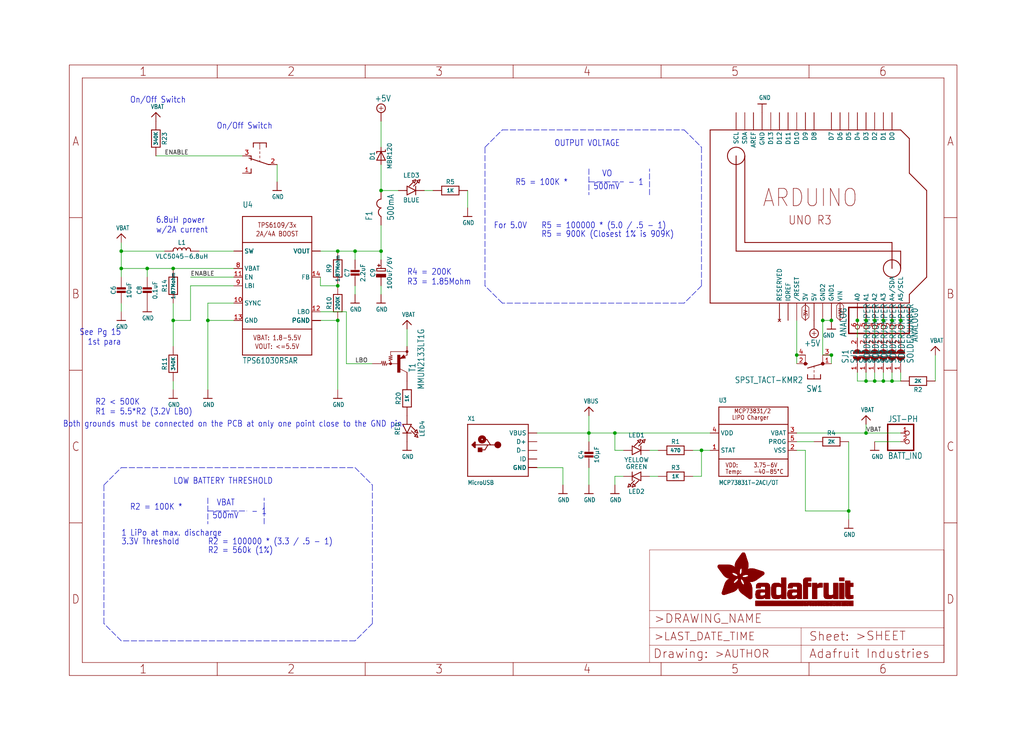
<source format=kicad_sch>
(kicad_sch (version 20211123) (generator eeschema)
  (paper "User" 300.33 217.881)
  (lib_symbols
    (symbol "schematicEagle-eagle-import:+5V" (power)
      (property "Value" "+5V" (at -1.905 3.175 0))
      (symbol "+5V_1_0"
        (pin power_in line (at 0 -2.54 90) (length 2.54) (name "+5V") (number "1"))
      )
    )
    (symbol "schematicEagle-eagle-import:-PNP_DRIVER-SC59-BEC"
      (property "Reference" "T" (at -10.16 7.62 0))
      (property "Value" "-PNP_DRIVER-SC59-BEC" (at -10.16 5.08 0))
      (symbol "-PNP_DRIVER-SC59-BEC_1_0"
        (pin passive line (at -7.62 0 0) (length 2.54) (name "B") (number "B"))
        (pin passive line (at 2.54 -5.08 90) (length 2.54) (name "C") (number "C"))
        (pin passive line (at 2.54 5.08 270) (length 2.54) (name "E") (number "E"))
      )
    )
    (symbol "schematicEagle-eagle-import:ARDUINOR3-NOSILK"
      (symbol "ARDUINOR3-NOSILK_1_0"
        (text "ARDUINO" (at -17.78 2.54 0) (effects (font (size 5.08 4.318)) (justify left bottom)))
        (text "UNO R3" (at -10.16 -2.54 0) (effects (font (size 2.54 2.159)) (justify left bottom)))
        (pin power_in line (at -5.08 -30.48 90) (length 5.08) (name "3V") (number "3V"))
        (pin power_in line (at -2.54 -30.48 90) (length 5.08) (name "5V") (number "5V"))
        (pin bidirectional line (at 10.16 -30.48 90) (length 5.08) (name "A0") (number "A0"))
        (pin bidirectional line (at 12.7 -30.48 90) (length 5.08) (name "A1") (number "A1"))
        (pin bidirectional line (at 15.24 -30.48 90) (length 5.08) (name "A2") (number "A2"))
        (pin bidirectional line (at 17.78 -30.48 90) (length 5.08) (name "A3") (number "A3"))
        (pin bidirectional line (at 20.32 -30.48 90) (length 5.08) (name "A4/SDA") (number "A4"))
        (pin bidirectional line (at 22.86 -30.48 90) (length 5.08) (name "A5/SCL") (number "A5"))
        (pin bidirectional line (at -20.32 30.48 270) (length 5.08) (name "AREF") (number "AREF"))
        (pin bidirectional line (at 20.32 30.48 270) (length 5.08) (name "D0") (number "D0"))
        (pin bidirectional line (at 17.78 30.48 270) (length 5.08) (name "D1") (number "D1"))
        (pin bidirectional line (at -7.62 30.48 270) (length 5.08) (name "D10") (number "D10"))
        (pin bidirectional line (at -10.16 30.48 270) (length 5.08) (name "D11") (number "D11"))
        (pin bidirectional line (at -12.7 30.48 270) (length 5.08) (name "D12") (number "D12"))
        (pin bidirectional line (at -15.24 30.48 270) (length 5.08) (name "D13") (number "D13"))
        (pin bidirectional line (at 15.24 30.48 270) (length 5.08) (name "D2") (number "D2"))
        (pin bidirectional line (at 12.7 30.48 270) (length 5.08) (name "D3") (number "D3"))
        (pin bidirectional line (at 10.16 30.48 270) (length 5.08) (name "D4") (number "D4"))
        (pin bidirectional line (at 7.62 30.48 270) (length 5.08) (name "D5") (number "D5"))
        (pin bidirectional line (at 5.08 30.48 270) (length 5.08) (name "D6") (number "D6"))
        (pin bidirectional line (at 2.54 30.48 270) (length 5.08) (name "D7") (number "D7"))
        (pin bidirectional line (at -2.54 30.48 270) (length 5.08) (name "D8") (number "D8"))
        (pin bidirectional line (at -5.08 30.48 270) (length 5.08) (name "D9") (number "D9"))
        (pin power_in line (at -17.78 30.48 270) (length 5.08) (name "GND") (number "GND"))
        (pin power_in line (at 2.54 -30.48 90) (length 5.08) (name "GND1") (number "GND1"))
        (pin power_in line (at 0 -30.48 90) (length 5.08) (name "GND2") (number "GND2"))
        (pin output line (at -10.16 -30.48 90) (length 5.08) (name "IOREF") (number "IOREF"))
        (pin no_connect line (at -12.7 -30.48 90) (length 5.08) (name "RESERVED") (number "RESERVED"))
        (pin bidirectional line (at -7.62 -30.48 90) (length 5.08) (name "/RESET") (number "RESET"))
        (pin bidirectional line (at -25.4 30.48 270) (length 5.08) (name "SCL") (number "SCL"))
        (pin bidirectional line (at -22.86 30.48 270) (length 5.08) (name "SDA") (number "SDA"))
        (pin power_in line (at 5.08 -30.48 90) (length 5.08) (name "VIN") (number "VIN"))
      )
    )
    (symbol "schematicEagle-eagle-import:CAP_CERAMIC0805-NOOUTLINE"
      (property "Reference" "C" (at -2.29 1.25 90))
      (property "Value" "CAP_CERAMIC0805-NOOUTLINE" (at 2.3 1.25 90))
      (symbol "CAP_CERAMIC0805-NOOUTLINE_1_0"
        (pin passive line (at 0 5.08 270) (length 2.54) (name "1") (number "1"))
        (pin passive line (at 0 -2.54 90) (length 2.54) (name "2") (number "2"))
      )
    )
    (symbol "schematicEagle-eagle-import:CAP_TANTALUMB{slash}3528_REFLOW"
      (property "Reference" "C" (at -2.39 1.25 90))
      (property "Value" "CAP_TANTALUMB{slash}3528_REFLOW" (at 2.5 1.25 90))
      (symbol "CAP_TANTALUMB{slash}3528_REFLOW_1_0"
        (pin passive line (at 0 5.08 270) (length 2.54) (name "+") (number "+"))
        (pin passive line (at 0 -2.54 90) (length 2.54) (name "-") (number "-"))
      )
    )
    (symbol "schematicEagle-eagle-import:DIODE-SCHOTTKYSOD-123"
      (property "Reference" "D" (at 0 2.54 0))
      (property "Value" "DIODE-SCHOTTKYSOD-123" (at 0 -2.5 0))
      (symbol "DIODE-SCHOTTKYSOD-123_1_0"
        (pin passive line (at -2.54 0 0) (length 2.54) (name "A") (number "A"))
        (pin passive line (at 2.54 0 180) (length 2.54) (name "C") (number "C"))
      )
    )
    (symbol "schematicEagle-eagle-import:FIDUCIAL")
    (symbol "schematicEagle-eagle-import:FRAME_A4_ADAFRUIT"
      (symbol "FRAME_A4_ADAFRUIT_0_0"
        (text "1" (at 21.6958 1.905 0) (effects (font (size 2.54 2.286))))
        (text "1" (at 21.6958 177.165 0) (effects (font (size 2.54 2.286))))
        (text "2" (at 65.0875 1.905 0) (effects (font (size 2.54 2.286))))
        (text "2" (at 65.0875 177.165 0) (effects (font (size 2.54 2.286))))
        (text "3" (at 108.4792 1.905 0) (effects (font (size 2.54 2.286))))
        (text "3" (at 108.4792 177.165 0) (effects (font (size 2.54 2.286))))
        (text "4" (at 151.8708 1.905 0) (effects (font (size 2.54 2.286))))
        (text "4" (at 151.8708 177.165 0) (effects (font (size 2.54 2.286))))
        (text "5" (at 195.2625 1.905 0) (effects (font (size 2.54 2.286))))
        (text "5" (at 195.2625 177.165 0) (effects (font (size 2.54 2.286))))
        (text "6" (at 238.6542 1.905 0) (effects (font (size 2.54 2.286))))
        (text "6" (at 238.6542 177.165 0) (effects (font (size 2.54 2.286))))
        (text "A" (at 1.905 156.6863 0) (effects (font (size 2.54 2.286))))
        (text "A" (at 258.445 156.6863 0) (effects (font (size 2.54 2.286))))
        (text "B" (at 1.905 111.9188 0) (effects (font (size 2.54 2.286))))
        (text "B" (at 258.445 111.9188 0) (effects (font (size 2.54 2.286))))
        (text "C" (at 1.905 67.1513 0) (effects (font (size 2.54 2.286))))
        (text "C" (at 258.445 67.1513 0) (effects (font (size 2.54 2.286))))
        (text "D" (at 1.905 22.3838 0) (effects (font (size 2.54 2.286))))
        (text "D" (at 258.445 22.3838 0) (effects (font (size 2.54 2.286))))
      )
      (symbol "FRAME_A4_ADAFRUIT_1_0"
        (text ">AUTHOR" (at 189.23 5.08 0) (effects (font (size 2.286 2.286)) (justify left bottom)))
        (text ">DRAWING_NAME" (at 171.45 15.24 0) (effects (font (size 2.54 2.54)) (justify left bottom)))
        (text ">LAST_DATE_TIME" (at 171.45 10.16 0) (effects (font (size 2.286 2.286)) (justify left bottom)))
        (text ">SHEET" (at 230.505 10.16 0) (effects (font (size 2.54 2.54)) (justify left bottom)))
        (text "Adafruit Industries" (at 216.916 4.953 0) (effects (font (size 2.54 2.54)) (justify left bottom)))
        (text "Drawing:" (at 171.196 4.953 0) (effects (font (size 2.54 2.54)) (justify left bottom)))
        (text "Sheet:" (at 216.916 10.033 0) (effects (font (size 2.54 2.54)) (justify left bottom)))
      )
    )
    (symbol "schematicEagle-eagle-import:GND" (power)
      (property "Value" "GND" (at -1.524 -2.54 0))
      (symbol "GND_1_0"
        (pin power_in line (at 0 2.54 270) (length 2.54) (name "GND") (number "1"))
      )
    )
    (symbol "schematicEagle-eagle-import:INDUCTORTDK_VLC5045"
      (property "Reference" "L" (at 0 2.54 0))
      (property "Value" "INDUCTORTDK_VLC5045" (at 0 -1.54 0))
      (symbol "INDUCTORTDK_VLC5045_1_0"
        (pin passive line (at -5.08 0 0) (length 2.54) (name "1") (number "P$1"))
        (pin passive line (at 5.08 0 180) (length 2.54) (name "2") (number "P$2"))
      )
    )
    (symbol "schematicEagle-eagle-import:JST_2PIN-SMT"
      (property "Reference" "CN" (at -6.35 5.715 0))
      (property "Value" "JST_2PIN-SMT" (at -6.35 -5.08 0))
      (symbol "JST_2PIN-SMT_1_0"
        (pin passive inverted (at -2.54 0 0) (length 2.54) (name "2") (number "1"))
        (pin passive inverted (at -2.54 2.54 0) (length 2.54) (name "1") (number "2"))
      )
    )
    (symbol "schematicEagle-eagle-import:LED0805_NOOUTLINE"
      (property "Reference" "D" (at -1.27 4.445 0))
      (property "Value" "LED0805_NOOUTLINE" (at -1.27 -2.794 0))
      (symbol "LED0805_NOOUTLINE_1_0"
        (pin passive line (at -5.08 0 0) (length 2.54) (name "A") (number "A"))
        (pin passive line (at 2.54 0 180) (length 2.54) (name "C") (number "C"))
      )
    )
    (symbol "schematicEagle-eagle-import:MCP73831{slash}2"
      (property "Reference" "U" (at -10.16 11.43 0))
      (property "Value" "MCP73831{slash}2" (at -10.16 -12.7 0))
      (symbol "MCP73831{slash}2_1_0"
        (text "-40-85°C" (at 0 -9.525 0) (effects (font (size 1.27 1.0795)) (justify left bottom)))
        (text "3.75-6V" (at 0 -7.62 0) (effects (font (size 1.27 1.0795)) (justify left bottom)))
        (text "LIPO Charger" (at -6.35 6.35 0) (effects (font (size 1.27 1.0795)) (justify left bottom)))
        (text "MCP73831/2" (at -5.715 8.255 0) (effects (font (size 1.27 1.0795)) (justify left bottom)))
        (text "Temp:" (at -8.255 -9.525 0) (effects (font (size 1.27 1.0795)) (justify left bottom)))
        (text "VDD:" (at -8.255 -7.62 0) (effects (font (size 1.27 1.0795)) (justify left bottom)))
        (pin output line (at -12.7 -2.54 0) (length 2.54) (name "STAT") (number "1"))
        (pin power_in line (at 12.7 -2.54 180) (length 2.54) (name "VSS") (number "2"))
        (pin power_in line (at 12.7 2.54 180) (length 2.54) (name "VBAT") (number "3"))
        (pin power_in line (at -12.7 2.54 0) (length 2.54) (name "VDD") (number "4"))
        (pin input line (at 12.7 0 180) (length 2.54) (name "PROG") (number "5"))
      )
    )
    (symbol "schematicEagle-eagle-import:OS102011MA1Q"
      (symbol "OS102011MA1Q_1_0"
        (pin passive line (at 2.54 5.08 270) (length 2.54) (name "S") (number "1"))
        (pin passive line (at 0 -5.08 90) (length 2.54) (name "P") (number "2"))
        (pin passive line (at -2.54 5.08 270) (length 2.54) (name "O") (number "3"))
      )
      (symbol "OS102011MA1Q_2_0"
        (pin passive line (at 0 0 0) (length 5.08) (name "MT") (number "MT1"))
      )
      (symbol "OS102011MA1Q_3_0"
        (pin passive line (at 0 0 0) (length 5.08) (name "MT") (number "MT2"))
      )
    )
    (symbol "schematicEagle-eagle-import:PINHD-1X6"
      (property "Reference" "JP" (at -6.35 10.795 0))
      (property "Value" "PINHD-1X6" (at -6.35 -10.16 0))
      (symbol "PINHD-1X6_1_0"
        (pin passive inverted (at -2.54 7.62 0) (length 2.54) (name "1") (number "1"))
        (pin passive inverted (at -2.54 5.08 0) (length 2.54) (name "2") (number "2"))
        (pin passive inverted (at -2.54 2.54 0) (length 2.54) (name "3") (number "3"))
        (pin passive inverted (at -2.54 0 0) (length 2.54) (name "4") (number "4"))
        (pin passive inverted (at -2.54 -2.54 0) (length 2.54) (name "5") (number "5"))
        (pin passive inverted (at -2.54 -5.08 0) (length 2.54) (name "6") (number "6"))
      )
    )
    (symbol "schematicEagle-eagle-import:PTCFUSE-1206"
      (property "Reference" "F" (at -3.81 5.08 0))
      (property "Value" "PTCFUSE-1206" (at -3.81 -1.27 0))
      (symbol "PTCFUSE-1206_1_0"
        (pin passive line (at -5.08 2.54 0) (length 2.54) (name "1") (number "1"))
        (pin passive line (at 5.08 2.54 180) (length 2.54) (name "2") (number "2"))
      )
    )
    (symbol "schematicEagle-eagle-import:RESISTOR0805_NOOUTLINE"
      (property "Reference" "R" (at 0 2.54 0))
      (property "Value" "RESISTOR0805_NOOUTLINE" (at 0 0 0))
      (symbol "RESISTOR0805_NOOUTLINE_1_0"
        (pin passive line (at -5.08 0 0) (length 2.54) (name "1") (number "1"))
        (pin passive line (at 5.08 0 180) (length 2.54) (name "2") (number "2"))
      )
    )
    (symbol "schematicEagle-eagle-import:SOLDERJUMPER"
      (property "Reference" "SJ" (at -2.54 2.54 0))
      (property "Value" "SOLDERJUMPER" (at -2.54 -3.81 0))
      (symbol "SOLDERJUMPER_1_0"
        (pin passive line (at -5.08 0 0) (length 2.54) (name "1") (number "1"))
        (pin passive line (at 5.08 0 180) (length 2.54) (name "2") (number "2"))
      )
    )
    (symbol "schematicEagle-eagle-import:SPST_TACT-KMR2"
      (property "Reference" "SW" (at -6.35 -2.54 90))
      (property "Value" "SPST_TACT-KMR2" (at -3.81 3.175 90))
      (symbol "SPST_TACT-KMR2_1_0"
        (pin passive line (at 0 -5.08 90) (length 2.54) (name "P") (number "1"))
        (pin passive line (at 0 5.08 270) (length 2.54) (name "S") (number "2"))
        (pin passive line (at 2.54 -5.08 90) (length 2.54) (name "P1") (number "3"))
        (pin passive line (at 2.54 5.08 270) (length 2.54) (name "S1") (number "4"))
      )
    )
    (symbol "schematicEagle-eagle-import:USBMICRO_20329"
      (property "Reference" "X" (at -10.16 8.636 0))
      (property "Value" "USBMICRO_20329" (at -10.16 -10.16 0))
      (symbol "USBMICRO_20329_1_0"
        (pin power_in line (at 10.16 -5.08 180) (length 2.54) (name "GND") (number "BASE@1"))
        (pin power_in line (at 10.16 -5.08 180) (length 2.54) (name "GND") (number "BASE@2"))
        (pin bidirectional line (at 10.16 2.54 180) (length 2.54) (name "D+") (number "D+"))
        (pin bidirectional line (at 10.16 0 180) (length 2.54) (name "D-") (number "D-"))
        (pin power_in line (at 10.16 -5.08 180) (length 2.54) (name "GND") (number "GND"))
        (pin bidirectional line (at 10.16 -2.54 180) (length 2.54) (name "ID") (number "ID"))
        (pin power_in line (at 10.16 -5.08 180) (length 2.54) (name "GND") (number "SPRT@1"))
        (pin power_in line (at 10.16 -5.08 180) (length 2.54) (name "GND") (number "SPRT@2"))
        (pin power_in line (at 10.16 -5.08 180) (length 2.54) (name "GND") (number "SPRT@3"))
        (pin power_in line (at 10.16 -5.08 180) (length 2.54) (name "GND") (number "SPRT@4"))
        (pin power_in line (at 10.16 5.08 180) (length 2.54) (name "VBUS") (number "VBUS"))
      )
    )
    (symbol "schematicEagle-eagle-import:VBAT" (power)
      (property "Value" "VBAT" (at -1.524 1.016 0))
      (symbol "VBAT_1_0"
        (pin power_in line (at 0 -2.54 90) (length 2.54) (name "VBAT") (number "1"))
      )
    )
    (symbol "schematicEagle-eagle-import:VBUS" (power)
      (property "Value" "VBUS" (at -1.524 1.016 0))
      (symbol "VBUS_1_0"
        (pin power_in line (at 0 -2.54 90) (length 2.54) (name "VBUS") (number "1"))
      )
    )
    (symbol "schematicEagle-eagle-import:VREG_TPS6103X"
      (property "Reference" "U" (at -10.16 22.86 0))
      (property "Value" "VREG_TPS6103X" (at -10.16 -22.86 0))
      (symbol "VREG_TPS6103X_1_0"
        (text "2A/4A BOOST" (at 0 15.24 0) (effects (font (size 1.4224 1.209))))
        (text "TPS6109/3x" (at 0 17.78 0) (effects (font (size 1.4224 1.209))))
        (text "VBAT: 1.8-5.5V" (at 0 -15.24 0) (effects (font (size 1.4224 1.209))))
        (text "VOUT: <=5.5V" (at 0 -17.78 0) (effects (font (size 1.4224 1.209))))
        (pin power_in line (at 12.7 10.16 180) (length 2.54) (name "VOUT") (number "1"))
        (pin input line (at -12.7 -5.08 0) (length 2.54) (name "SYNC") (number "10"))
        (pin input line (at -12.7 2.54 0) (length 2.54) (name "EN") (number "11"))
        (pin output line (at 12.7 -7.62 180) (length 2.54) (name "LBO") (number "12"))
        (pin power_in line (at -12.7 -10.16 0) (length 2.54) (name "GND") (number "13"))
        (pin input line (at 12.7 2.54 180) (length 2.54) (name "FB") (number "14"))
        (pin power_in line (at 12.7 10.16 180) (length 2.54) (name "VOUT") (number "15"))
        (pin power_in line (at 12.7 10.16 180) (length 2.54) (name "VOUT") (number "16"))
        (pin input line (at -12.7 10.16 0) (length 2.54) (name "SW") (number "3"))
        (pin input line (at -12.7 10.16 0) (length 2.54) (name "SW") (number "4"))
        (pin power_in line (at 12.7 -10.16 180) (length 2.54) (name "PGND") (number "5"))
        (pin power_in line (at 12.7 -10.16 180) (length 2.54) (name "PGND") (number "6"))
        (pin power_in line (at 12.7 -10.16 180) (length 2.54) (name "PGND") (number "7"))
        (pin input line (at -12.7 5.08 0) (length 2.54) (name "VBAT") (number "8"))
        (pin input line (at -12.7 0 0) (length 2.54) (name "LBI") (number "9"))
        (pin power_in line (at 12.7 -10.16 180) (length 2.54) (name "PGND") (number "P$18"))
        (pin power_in line (at 12.7 -10.16 180) (length 2.54) (name "PGND") (number "P$19"))
        (pin power_in line (at 12.7 -10.16 180) (length 2.54) (name "PGND") (number "P$20"))
        (pin power_in line (at 12.7 -10.16 180) (length 2.54) (name "PGND") (number "P$21"))
        (pin power_in line (at 12.7 -10.16 180) (length 2.54) (name "PGND") (number "P$22"))
        (pin power_in line (at 12.7 -10.16 180) (length 2.54) (name "PGND") (number "THERMAL"))
      )
    )
  )
  (junction (at 35.56 73.66))
  (junction (at 264.16 93.98))
  (junction (at 261.62 93.98))
  (junction (at 243.84 93.98))
  (junction (at 60.96 93.98))
  (junction (at 172.72 127))
  (junction (at 256.54 111.76))
  (junction (at 256.54 93.98))
  (junction (at 99.06 93.98))
  (junction (at 99.06 83.82))
  (junction (at 259.08 93.98))
  (junction (at 261.62 111.76))
  (junction (at 50.8 78.74))
  (junction (at 99.06 73.66))
  (junction (at 254 127))
  (junction (at 43.18 78.74))
  (junction (at 50.8 93.98))
  (junction (at 243.84 104.14))
  (junction (at 241.3 93.98))
  (junction (at 251.46 93.98))
  (junction (at 259.08 111.76))
  (junction (at 254 93.98))
  (junction (at 35.56 78.74))
  (junction (at 233.68 104.14))
  (junction (at 104.14 73.66))
  (junction (at 180.34 127))
  (junction (at 248.92 149.86))
  (junction (at 205.74 132.08))
  (junction (at 254 111.76))
  (junction (at 111.76 55.88))
  (junction (at 111.76 73.66))
  (wire (pts (xy 193.04 139.7) (xy 190.5 139.7)))
  (wire (pts (xy 101.6 91.44) (xy 101.6 106.68)))
  (wire (pts (xy 261.62 111.76) (xy 264.16 111.76)))
  (wire (pts (xy 172.72 121.92) (xy 172.72 127)))
  (wire (pts (xy 259.08 111.76) (xy 261.62 111.76)))
  (wire (pts (xy 68.58 93.98) (xy 60.96 93.98)))
  (wire (pts (xy 124.46 55.88) (xy 127 55.88)))
  (wire (pts (xy 256.54 111.76) (xy 256.54 109.22)))
  (wire (pts (xy 111.76 55.88) (xy 111.76 48.26)))
  (polyline (pts (xy 147.32 88.9) (xy 142.24 83.82)))
  (polyline (pts (xy 172.72 49.53) (xy 172.72 57.15)))
  (wire (pts (xy 111.76 83.82) (xy 111.76 86.36)))
  (wire (pts (xy 254 111.76) (xy 256.54 111.76)))
  (polyline (pts (xy 205.74 83.82) (xy 200.66 88.9)))
  (polyline (pts (xy 35.56 187.96) (xy 30.48 182.88)))
  (wire (pts (xy 251.46 109.22) (xy 251.46 111.76)))
  (wire (pts (xy 261.62 99.06) (xy 261.62 93.98)))
  (wire (pts (xy 233.68 104.14) (xy 233.68 93.98)))
  (wire (pts (xy 254 127) (xy 233.68 127)))
  (wire (pts (xy 172.72 127) (xy 180.34 127)))
  (polyline (pts (xy 205.74 43.18) (xy 205.74 83.82)))
  (wire (pts (xy 35.56 73.66) (xy 35.56 78.74)))
  (wire (pts (xy 259.08 99.06) (xy 259.08 93.98)))
  (wire (pts (xy 60.96 88.9) (xy 60.96 93.98)))
  (polyline (pts (xy 77.47 153.67) (xy 77.47 146.05)))
  (wire (pts (xy 93.98 93.98) (xy 99.06 93.98)))
  (wire (pts (xy 68.58 78.74) (xy 50.8 78.74)))
  (wire (pts (xy 180.34 127) (xy 208.28 127)))
  (polyline (pts (xy 60.96 149.86) (xy 72.39 149.86)))
  (polyline (pts (xy 190.5 57.15) (xy 190.5 49.53)))
  (wire (pts (xy 256.54 93.98) (xy 256.54 99.06)))
  (wire (pts (xy 236.22 149.86) (xy 248.92 149.86)))
  (wire (pts (xy 99.06 73.66) (xy 104.14 73.66)))
  (wire (pts (xy 274.32 104.14) (xy 274.32 111.76)))
  (wire (pts (xy 35.56 88.9) (xy 35.56 91.44)))
  (wire (pts (xy 259.08 111.76) (xy 259.08 109.22)))
  (wire (pts (xy 182.88 139.7) (xy 180.34 139.7)))
  (wire (pts (xy 68.58 81.28) (xy 55.88 81.28)))
  (wire (pts (xy 241.3 104.14) (xy 241.3 93.98)))
  (polyline (pts (xy 200.66 88.9) (xy 147.32 88.9)))
  (wire (pts (xy 50.8 93.98) (xy 50.8 101.6)))
  (polyline (pts (xy 109.22 142.24) (xy 109.22 182.88)))
  (polyline (pts (xy 60.96 146.05) (xy 60.96 153.67)))
  (wire (pts (xy 119.38 101.6) (xy 119.38 96.52)))
  (polyline (pts (xy 142.24 43.18) (xy 147.32 38.1)))
  (wire (pts (xy 256.54 129.54) (xy 264.16 129.54)))
  (polyline (pts (xy 200.66 38.1) (xy 205.74 43.18)))
  (wire (pts (xy 99.06 93.98) (xy 99.06 114.3)))
  (wire (pts (xy 248.92 129.54) (xy 248.92 149.86)))
  (wire (pts (xy 203.2 132.08) (xy 205.74 132.08)))
  (wire (pts (xy 254 109.22) (xy 254 111.76)))
  (polyline (pts (xy 30.48 182.88) (xy 30.48 142.24)))
  (polyline (pts (xy 109.22 182.88) (xy 104.14 187.96)))
  (wire (pts (xy 104.14 76.2) (xy 104.14 73.66)))
  (wire (pts (xy 264.16 111.76) (xy 264.16 109.22)))
  (wire (pts (xy 243.84 104.14) (xy 241.3 104.14)))
  (wire (pts (xy 180.34 139.7) (xy 180.34 142.24)))
  (wire (pts (xy 55.88 93.98) (xy 50.8 93.98)))
  (wire (pts (xy 111.76 55.88) (xy 116.84 55.88)))
  (wire (pts (xy 93.98 91.44) (xy 101.6 91.44)))
  (wire (pts (xy 190.5 132.08) (xy 193.04 132.08)))
  (wire (pts (xy 251.46 99.06) (xy 251.46 93.98)))
  (wire (pts (xy 35.56 73.66) (xy 35.56 71.12)))
  (wire (pts (xy 68.58 73.66) (xy 58.42 73.66)))
  (polyline (pts (xy 35.56 137.16) (xy 104.14 137.16)))
  (wire (pts (xy 60.96 93.98) (xy 60.96 114.3)))
  (wire (pts (xy 111.76 73.66) (xy 111.76 76.2)))
  (wire (pts (xy 251.46 111.76) (xy 254 111.76)))
  (wire (pts (xy 93.98 83.82) (xy 99.06 83.82)))
  (wire (pts (xy 50.8 78.74) (xy 43.18 78.74)))
  (wire (pts (xy 55.88 93.98) (xy 55.88 83.82)))
  (wire (pts (xy 254 124.46) (xy 254 127)))
  (wire (pts (xy 236.22 132.08) (xy 236.22 149.86)))
  (wire (pts (xy 68.58 83.82) (xy 55.88 83.82)))
  (wire (pts (xy 43.18 81.28) (xy 43.18 78.74)))
  (polyline (pts (xy 147.32 38.1) (xy 200.66 38.1)))
  (wire (pts (xy 137.16 55.88) (xy 137.16 60.96)))
  (wire (pts (xy 101.6 106.68) (xy 109.22 106.68)))
  (wire (pts (xy 81.28 48.26) (xy 81.28 53.34)))
  (wire (pts (xy 243.84 93.98) (xy 241.3 93.98)))
  (wire (pts (xy 233.68 106.68) (xy 233.68 104.14)))
  (wire (pts (xy 35.56 78.74) (xy 35.56 81.28)))
  (wire (pts (xy 71.12 45.72) (xy 45.72 45.72)))
  (polyline (pts (xy 172.72 53.34) (xy 182.88 53.34)))
  (wire (pts (xy 93.98 81.28) (xy 93.98 83.82)))
  (wire (pts (xy 165.1 137.16) (xy 165.1 142.24)))
  (wire (pts (xy 205.74 139.7) (xy 205.74 132.08)))
  (wire (pts (xy 157.48 127) (xy 172.72 127)))
  (wire (pts (xy 111.76 66.04) (xy 111.76 73.66)))
  (wire (pts (xy 254 93.98) (xy 254 99.06)))
  (wire (pts (xy 50.8 114.3) (xy 50.8 111.76)))
  (wire (pts (xy 261.62 109.22) (xy 261.62 111.76)))
  (wire (pts (xy 254 127) (xy 264.16 127)))
  (wire (pts (xy 50.8 93.98) (xy 50.8 88.9)))
  (wire (pts (xy 233.68 132.08) (xy 236.22 132.08)))
  (wire (pts (xy 68.58 88.9) (xy 60.96 88.9)))
  (polyline (pts (xy 104.14 137.16) (xy 109.22 142.24)))
  (wire (pts (xy 93.98 73.66) (xy 99.06 73.66)))
  (polyline (pts (xy 30.48 142.24) (xy 35.56 137.16)))
  (wire (pts (xy 111.76 43.18) (xy 111.76 35.56)))
  (wire (pts (xy 104.14 83.82) (xy 104.14 86.36)))
  (wire (pts (xy 233.68 129.54) (xy 238.76 129.54)))
  (wire (pts (xy 182.88 132.08) (xy 180.34 132.08)))
  (wire (pts (xy 48.26 73.66) (xy 35.56 73.66)))
  (wire (pts (xy 243.84 106.68) (xy 243.84 104.14)))
  (wire (pts (xy 256.54 111.76) (xy 259.08 111.76)))
  (wire (pts (xy 43.18 78.74) (xy 35.56 78.74)))
  (polyline (pts (xy 142.24 83.82) (xy 142.24 43.18)))
  (wire (pts (xy 248.92 149.86) (xy 248.92 152.4)))
  (wire (pts (xy 264.16 99.06) (xy 264.16 93.98)))
  (polyline (pts (xy 104.14 187.96) (xy 35.56 187.96)))
  (wire (pts (xy 205.74 132.08) (xy 208.28 132.08)))
  (wire (pts (xy 104.14 73.66) (xy 111.76 73.66)))
  (wire (pts (xy 172.72 137.16) (xy 172.72 142.24)))
  (wire (pts (xy 172.72 129.54) (xy 172.72 127)))
  (wire (pts (xy 157.48 137.16) (xy 165.1 137.16)))
  (wire (pts (xy 203.2 139.7) (xy 205.74 139.7)))
  (wire (pts (xy 180.34 132.08) (xy 180.34 127)))
  (text "See Pg 15\n1st para" (at 35.56 96.52 180) (effects (font (size 1.778 1.5113)) (justify right top)))
  (text "3.3V Threshold" (at 35.56 160.02 180) (effects (font (size 1.778 1.5113)) (justify left bottom)))
  (text "OUTPUT VOLTAGE" (at 162.56 43.18 180) (effects (font (size 1.778 1.5113)) (justify left bottom)))
  (text "Both grounds must be connected on the PCB at only one point close to the GND pin." (at 68.58 124.46 0) (effects (font (size 1.778 1.5113))))
  (text "VO" (at 176.53 52.07 180) (effects (font (size 1.778 1.5113)) (justify left bottom)))
  (text "1 LiPo at max. discharge" (at 35.56 157.48 180) (effects (font (size 1.778 1.5113)) (justify left bottom)))
  (text "For 5.0V" (at 144.78 67.31 180) (effects (font (size 1.778 1.5113)) (justify left bottom)))
  (text "On/Off Switch" (at 63.5 38.1 180) (effects (font (size 1.778 1.5113)) (justify left bottom)))
  (text "6.8uH power\nw/2A current" (at 45.72 68.58 180) (effects (font (size 1.778 1.5113)) (justify left bottom)))
  (text "VBAT" (at 63.5 148.59 180) (effects (font (size 1.778 1.5113)) (justify left bottom)))
  (text "R5 = 100K *" (at 151.13 54.61 180) (effects (font (size 1.778 1.5113)) (justify left bottom)))
  (text "500mV" (at 173.99 55.88 180) (effects (font (size 1.778 1.5113)) (justify left bottom)))
  (text "- 1" (at 73.66 151.13 180) (effects (font (size 1.778 1.5113)) (justify left bottom)))
  (text "R5 = 900K (Closest 1% is 909K)" (at 158.75 69.85 180) (effects (font (size 1.778 1.5113)) (justify left bottom)))
  (text "LOW BATTERY THRESHOLD" (at 50.8 142.24 180) (effects (font (size 1.778 1.5113)) (justify left bottom)))
  (text "500mV" (at 62.23 152.4 180) (effects (font (size 1.778 1.5113)) (justify left bottom)))
  (text "R2 < 500K\nR1 = 5.5*R2 (3.2V LBO)" (at 27.94 121.92 180) (effects (font (size 1.778 1.5113)) (justify left bottom)))
  (text "R5 = 100000 * (5.0 / .5 - 1)" (at 158.75 67.31 180) (effects (font (size 1.778 1.5113)) (justify left bottom)))
  (text "R2 = 560k (1%)" (at 60.96 162.56 180) (effects (font (size 1.778 1.5113)) (justify left bottom)))
  (text "R4 = 200K\nR3 = 1.85Mohm" (at 119.38 83.82 180) (effects (font (size 1.778 1.5113)) (justify left bottom)))
  (text "R2 = 100K *" (at 38.1 149.86 180) (effects (font (size 1.778 1.5113)) (justify left bottom)))
  (text "- 1" (at 184.15 54.61 180) (effects (font (size 1.778 1.5113)) (justify left bottom)))
  (text "R2 = 100000 * (3.3 / .5 - 1)" (at 60.96 160.02 180) (effects (font (size 1.778 1.5113)) (justify left bottom)))
  (text "On/Off Switch" (at 38.1 30.48 180) (effects (font (size 1.778 1.5113)) (justify left bottom)))
  (label "ENABLE" (at 48.26 45.72 0) (effects (font (size 1.2446 1.2446))))
  (label "LBO" (at 104.14 106.68 0) (effects (font (size 1.2446 1.2446))))
  (label "ENABLE" (at 55.88 81.28 0) (effects (font (size 1.2446 1.2446))))
  (label "VBAT" (at 254 127 0) (effects (font (size 1.2446 1.2446))))
  (global_label "VIN" (shape bidirectional) (at 246.38 93.98 90) (effects (font (size 1.016 1.016))) (property "Intersheet References" "${INTERSHEET_REFS}" (effects hide)))
  (global_label "3V" (shape bidirectional) (at 236.22 93.98 90) (effects (font (size 1.016 1.016))) (property "Intersheet References" "${INTERSHEET_REFS}" (effects hide)))
  (symbol (lib_id "schematicEagle-eagle-import:-PNP_DRIVER-SC59-BEC") (at 116.84 106.68 0) (unit 1)
    (property "Reference" "T1" (at 121.92 109.22 90) (effects (font (size 1.778 1.5113)) (justify left bottom)))
    (property "Value" "MMUN2133LT1G" (at 124.46 114.3 90) (effects (font (size 1.778 1.5113)) (justify left bottom)))
    (property "Footprint" "schematicEagle:SC59-BEC" (effects hide))
  )
  (symbol (lib_id "schematicEagle-eagle-import:CAP_CERAMIC0805-NOOUTLINE") (at 43.18 86.36 0) (unit 1)
    (property "Reference" "C8" (at 40.89 85.11 90))
    (property "Value" "0.1uF" (at 45.48 85.11 90))
    (property "Footprint" "schematicEagle:0805-NO" (effects hide))
  )
  (symbol (lib_id "schematicEagle-eagle-import:FRAME_A4_ADAFRUIT") (at 20.32 198.12 0) (unit 1)
    (property "Reference" "#FRAME1" (effects hide))
    (property "Value" "FRAME_A4_ADAFRUIT" (effects hide))
    (property "Footprint" "schematicEagle:" (effects hide))
  )
  (symbol (lib_id "schematicEagle-eagle-import:CAP_CERAMIC0805-NOOUTLINE") (at 172.72 134.62 0) (unit 1)
    (property "Reference" "C4" (at 170.43 133.37 90))
    (property "Value" "10µF" (at 175.02 133.37 90))
    (property "Footprint" "schematicEagle:0805-NO" (effects hide))
  )
  (symbol (lib_id "schematicEagle-eagle-import:CAP_CERAMIC0805-NOOUTLINE") (at 35.56 86.36 0) (unit 1)
    (property "Reference" "C6" (at 33.27 85.11 90))
    (property "Value" "10uF" (at 37.86 85.11 90))
    (property "Footprint" "schematicEagle:0805-NO" (effects hide))
  )
  (symbol (lib_id "schematicEagle-eagle-import:DIODE-SCHOTTKYSOD-123") (at 111.76 45.72 90) (unit 1)
    (property "Reference" "D1" (at 109.22 45.72 0))
    (property "Value" "MBR120" (at 114.26 45.72 0))
    (property "Footprint" "schematicEagle:SOD-123" (effects hide))
  )
  (symbol (lib_id "schematicEagle-eagle-import:RESISTOR0805_NOOUTLINE") (at 45.72 40.64 270) (unit 1)
    (property "Reference" "R23" (at 48.26 40.64 0))
    (property "Value" "340K" (at 45.72 40.64 0) (effects (font (size 1.016 1.016) bold)))
    (property "Footprint" "schematicEagle:0805-NO" (effects hide))
  )
  (symbol (lib_id "schematicEagle-eagle-import:USBMICRO_20329") (at 147.32 132.08 0) (unit 1)
    (property "Reference" "X1" (at 137.16 123.444 0) (effects (font (size 1.27 1.0795)) (justify left bottom)))
    (property "Value" "MicroUSB" (at 137.16 142.24 0) (effects (font (size 1.27 1.0795)) (justify left bottom)))
    (property "Footprint" "schematicEagle:4UCONN_20329" (effects hide))
  )
  (symbol (lib_id "schematicEagle-eagle-import:GND") (at 223.52 30.48 180) (unit 1)
    (property "Reference" "#GND6" (effects hide))
    (property "Value" "GND" (at 226.06 27.94 0) (effects (font (size 1.27 1.0795)) (justify left bottom)))
    (property "Footprint" "schematicEagle:" (effects hide))
  )
  (symbol (lib_id "schematicEagle-eagle-import:CAP_CERAMIC0805-NOOUTLINE") (at 104.14 81.28 0) (unit 1)
    (property "Reference" "C7" (at 101.85 80.03 90))
    (property "Value" "2.2uF" (at 106.44 80.03 90))
    (property "Footprint" "schematicEagle:0805-NO" (effects hide))
  )
  (symbol (lib_id "schematicEagle-eagle-import:LED0805_NOOUTLINE") (at 121.92 55.88 0) (unit 1)
    (property "Reference" "LED3" (at 120.65 51.435 0))
    (property "Value" "BLUE" (at 120.65 58.674 0))
    (property "Footprint" "schematicEagle:CHIPLED_0805_NOOUTLINE" (effects hide))
  )
  (symbol (lib_id "schematicEagle-eagle-import:RESISTOR0805_NOOUTLINE") (at 50.8 83.82 90) (unit 1)
    (property "Reference" "R14" (at 48.26 83.82 0))
    (property "Value" "1.87Mohm" (at 50.8 83.82 0) (effects (font (size 1.016 1.016) bold)))
    (property "Footprint" "schematicEagle:0805-NO" (effects hide))
  )
  (symbol (lib_id "schematicEagle-eagle-import:VREG_TPS6103X") (at 81.28 83.82 0) (unit 1)
    (property "Reference" "U4" (at 71.12 60.96 0) (effects (font (size 1.6764 1.4249)) (justify left bottom)))
    (property "Value" "TPS61030RSAR" (at 71.12 106.68 0) (effects (font (size 1.6764 1.4249)) (justify left bottom)))
    (property "Footprint" "schematicEagle:PVQFN-16" (effects hide))
  )
  (symbol (lib_id "schematicEagle-eagle-import:PINHD-1X6") (at 256.54 96.52 270) (unit 1)
    (property "Reference" "ANALOG0" (at 267.335 90.17 0) (effects (font (size 1.778 1.5113)) (justify left bottom)))
    (property "Value" "ANALOG" (at 246.38 90.17 0) (effects (font (size 1.778 1.5113)) (justify left bottom)))
    (property "Footprint" "schematicEagle:1X06" (effects hide))
  )
  (symbol (lib_id "schematicEagle-eagle-import:GND") (at 104.14 88.9 0) (unit 1)
    (property "Reference" "#U$30" (effects hide))
    (property "Value" "GND" (at 102.616 91.44 0) (effects (font (size 1.27 1.0795)) (justify left bottom)))
    (property "Footprint" "schematicEagle:" (effects hide))
  )
  (symbol (lib_id "schematicEagle-eagle-import:GND") (at 50.8 116.84 0) (unit 1)
    (property "Reference" "#U$20" (effects hide))
    (property "Value" "GND" (at 49.276 119.38 0) (effects (font (size 1.27 1.0795)) (justify left bottom)))
    (property "Footprint" "schematicEagle:" (effects hide))
  )
  (symbol (lib_id "schematicEagle-eagle-import:SPST_TACT-KMR2") (at 238.76 106.68 90) (unit 1)
    (property "Reference" "SW1" (at 241.3 113.03 90) (effects (font (size 1.778 1.5113)) (justify left bottom)))
    (property "Value" "SPST_TACT-KMR2" (at 235.585 110.49 90) (effects (font (size 1.778 1.5113)) (justify left bottom)))
    (property "Footprint" "schematicEagle:KMR2" (effects hide))
  )
  (symbol (lib_id "schematicEagle-eagle-import:RESISTOR0805_NOOUTLINE") (at 99.06 88.9 90) (unit 1)
    (property "Reference" "R10" (at 96.52 88.9 0))
    (property "Value" "200K" (at 99.06 88.9 0) (effects (font (size 1.016 1.016) bold)))
    (property "Footprint" "schematicEagle:0805-NO" (effects hide))
  )
  (symbol (lib_id "schematicEagle-eagle-import:VBAT") (at 45.72 33.02 0) (unit 1)
    (property "Reference" "#U$27" (effects hide))
    (property "Value" "VBAT" (at 44.196 32.004 0) (effects (font (size 1.27 1.0795)) (justify left bottom)))
    (property "Footprint" "schematicEagle:" (effects hide))
  )
  (symbol (lib_id "schematicEagle-eagle-import:CAP_TANTALUMB{slash}3528_REFLOW") (at 111.76 81.28 0) (unit 1)
    (property "Reference" "C9" (at 109.37 80.03 90))
    (property "Value" "100uF/6V" (at 114.26 80.03 90))
    (property "Footprint" "schematicEagle:EIA3528-21_B-R" (effects hide))
  )
  (symbol (lib_id "schematicEagle-eagle-import:FIDUCIAL") (at 261.62 78.74 0) (unit 1)
    (property "Reference" "U$3" (effects hide))
    (property "Value" "FIDUCIAL" (effects hide))
    (property "Footprint" "schematicEagle:FIDUCIAL_1MM" (effects hide))
  )
  (symbol (lib_id "schematicEagle-eagle-import:GND") (at 81.28 55.88 0) (unit 1)
    (property "Reference" "#U$14" (effects hide))
    (property "Value" "GND" (at 79.756 58.42 0) (effects (font (size 1.27 1.0795)) (justify left bottom)))
    (property "Footprint" "schematicEagle:" (effects hide))
  )
  (symbol (lib_id "schematicEagle-eagle-import:RESISTOR0805_NOOUTLINE") (at 269.24 111.76 180) (unit 1)
    (property "Reference" "R2" (at 269.24 114.3 0))
    (property "Value" "2K" (at 269.24 111.76 0) (effects (font (size 1.016 1.016) bold)))
    (property "Footprint" "schematicEagle:0805-NO" (effects hide))
  )
  (symbol (lib_id "schematicEagle-eagle-import:VBAT") (at 119.38 93.98 0) (unit 1)
    (property "Reference" "#U$35" (effects hide))
    (property "Value" "VBAT" (at 117.856 92.964 0) (effects (font (size 1.27 1.0795)) (justify left bottom)))
    (property "Footprint" "schematicEagle:" (effects hide))
  )
  (symbol (lib_id "schematicEagle-eagle-import:VBAT") (at 254 121.92 0) (unit 1)
    (property "Reference" "#U$1" (effects hide))
    (property "Value" "VBAT" (at 252.476 120.904 0) (effects (font (size 1.27 1.0795)) (justify left bottom)))
    (property "Footprint" "schematicEagle:" (effects hide))
  )
  (symbol (lib_id "schematicEagle-eagle-import:SOLDERJUMPER") (at 251.46 104.14 90) (unit 1)
    (property "Reference" "SJ1" (at 248.92 106.68 0) (effects (font (size 1.778 1.5113)) (justify left bottom)))
    (property "Value" "SOLDERJUMPER" (at 255.27 106.68 0) (effects (font (size 1.778 1.5113)) (justify left bottom)))
    (property "Footprint" "schematicEagle:SOLDERJUMPER_ARROW_NOPASTE" (effects hide))
  )
  (symbol (lib_id "schematicEagle-eagle-import:RESISTOR0805_NOOUTLINE") (at 132.08 55.88 0) (unit 1)
    (property "Reference" "R5" (at 132.08 53.34 0))
    (property "Value" "1K" (at 132.08 55.88 0) (effects (font (size 1.016 1.016) bold)))
    (property "Footprint" "schematicEagle:0805-NO" (effects hide))
  )
  (symbol (lib_id "schematicEagle-eagle-import:GND") (at 256.54 132.08 0) (mirror y) (unit 1)
    (property "Reference" "#GND4" (effects hide))
    (property "Value" "GND" (at 259.08 134.62 0) (effects (font (size 1.27 1.0795)) (justify left bottom)))
    (property "Footprint" "schematicEagle:" (effects hide))
  )
  (symbol (lib_id "schematicEagle-eagle-import:RESISTOR0805_NOOUTLINE") (at 50.8 106.68 90) (unit 1)
    (property "Reference" "R11" (at 48.26 106.68 0))
    (property "Value" "340K" (at 50.8 106.68 0) (effects (font (size 1.016 1.016) bold)))
    (property "Footprint" "schematicEagle:0805-NO" (effects hide))
  )
  (symbol (lib_id "schematicEagle-eagle-import:SOLDERJUMPER") (at 259.08 104.14 90) (unit 1)
    (property "Reference" "SJ4" (at 256.54 106.68 0) (effects (font (size 1.778 1.5113)) (justify left bottom)))
    (property "Value" "SOLDERJUMPER" (at 262.89 106.68 0) (effects (font (size 1.778 1.5113)) (justify left bottom)))
    (property "Footprint" "schematicEagle:SOLDERJUMPER_ARROW_NOPASTE" (effects hide))
  )
  (symbol (lib_id "schematicEagle-eagle-import:LED0805_NOOUTLINE") (at 187.96 132.08 0) (unit 1)
    (property "Reference" "LED1" (at 186.69 127.635 0))
    (property "Value" "YELLOW" (at 186.69 134.874 0))
    (property "Footprint" "schematicEagle:CHIPLED_0805_NOOUTLINE" (effects hide))
  )
  (symbol (lib_id "schematicEagle-eagle-import:PTCFUSE-1206") (at 114.3 60.96 90) (unit 1)
    (property "Reference" "F1" (at 109.22 64.77 0) (effects (font (size 1.778 1.5113)) (justify left bottom)))
    (property "Value" "500mA" (at 115.57 64.77 0) (effects (font (size 1.778 1.5113)) (justify left bottom)))
    (property "Footprint" "schematicEagle:R1206" (effects hide))
  )
  (symbol (lib_id "schematicEagle-eagle-import:SOLDERJUMPER") (at 256.54 104.14 90) (unit 1)
    (property "Reference" "SJ3" (at 254 106.68 0) (effects (font (size 1.778 1.5113)) (justify left bottom)))
    (property "Value" "SOLDERJUMPER" (at 260.35 106.68 0) (effects (font (size 1.778 1.5113)) (justify left bottom)))
    (property "Footprint" "schematicEagle:SOLDERJUMPER_ARROW_NOPASTE" (effects hide))
  )
  (symbol (lib_id "schematicEagle-eagle-import:RESISTOR0805_NOOUTLINE") (at 243.84 129.54 0) (unit 1)
    (property "Reference" "R4" (at 243.84 127 0))
    (property "Value" "2K" (at 243.84 129.54 0) (effects (font (size 1.016 1.016) bold)))
    (property "Footprint" "schematicEagle:0805-NO" (effects hide))
  )
  (symbol (lib_id "schematicEagle-eagle-import:LED0805_NOOUTLINE") (at 119.38 127 270) (unit 1)
    (property "Reference" "LED4" (at 123.825 125.73 0))
    (property "Value" "RED" (at 116.586 125.73 0))
    (property "Footprint" "schematicEagle:CHIPLED_0805_NOOUTLINE" (effects hide))
  )
  (symbol (lib_id "schematicEagle-eagle-import:SOLDERJUMPER") (at 261.62 104.14 90) (unit 1)
    (property "Reference" "SJ5" (at 259.08 106.68 0) (effects (font (size 1.778 1.5113)) (justify left bottom)))
    (property "Value" "SOLDERJUMPER" (at 265.43 106.68 0) (effects (font (size 1.778 1.5113)) (justify left bottom)))
    (property "Footprint" "schematicEagle:SOLDERJUMPER_ARROW_NOPASTE" (effects hide))
  )
  (symbol (lib_id "schematicEagle-eagle-import:VBAT") (at 35.56 68.58 0) (unit 1)
    (property "Reference" "#U$25" (effects hide))
    (property "Value" "VBAT" (at 34.036 67.564 0) (effects (font (size 1.27 1.0795)) (justify left bottom)))
    (property "Footprint" "schematicEagle:" (effects hide))
  )
  (symbol (lib_id "schematicEagle-eagle-import:RESISTOR0805_NOOUTLINE") (at 119.38 116.84 90) (unit 1)
    (property "Reference" "R20" (at 116.84 116.84 0))
    (property "Value" "1K" (at 119.38 116.84 0) (effects (font (size 1.016 1.016) bold)))
    (property "Footprint" "schematicEagle:0805-NO" (effects hide))
  )
  (symbol (lib_id "schematicEagle-eagle-import:+5V") (at 238.76 96.52 180) (unit 1)
    (property "Reference" "#SUPPLY5" (effects hide))
    (property "Value" "+5V" (at 240.665 99.695 0) (effects (font (size 1.778 1.5113)) (justify left bottom)))
    (property "Footprint" "schematicEagle:" (effects hide))
  )
  (symbol (lib_id "schematicEagle-eagle-import:GND") (at 137.16 63.5 0) (unit 1)
    (property "Reference" "#U$33" (effects hide))
    (property "Value" "GND" (at 135.636 66.04 0) (effects (font (size 1.27 1.0795)) (justify left bottom)))
    (property "Footprint" "schematicEagle:" (effects hide))
  )
  (symbol (lib_id "schematicEagle-eagle-import:MCP73831{slash}2") (at 220.98 129.54 0) (unit 1)
    (property "Reference" "U3" (at 210.82 118.11 0) (effects (font (size 1.27 1.0795)) (justify left bottom)))
    (property "Value" "MCP73831T-2ACI/OT" (at 210.82 142.24 0) (effects (font (size 1.27 1.0795)) (justify left bottom)))
    (property "Footprint" "schematicEagle:SOT23-5" (effects hide))
  )
  (symbol (lib_id "schematicEagle-eagle-import:GND") (at 172.72 144.78 0) (unit 1)
    (property "Reference" "#U$15" (effects hide))
    (property "Value" "GND" (at 171.196 147.32 0) (effects (font (size 1.27 1.0795)) (justify left bottom)))
    (property "Footprint" "schematicEagle:" (effects hide))
  )
  (symbol (lib_id "schematicEagle-eagle-import:OS102011MA1Q") (at 76.2 48.26 90) (mirror x) (unit 1)
    (property "Reference" "S1" (effects hide))
    (property "Value" "OS102011MA1Q" (effects hide))
    (property "Footprint" "schematicEagle:OS102011MA1Q" (effects hide))
  )
  (symbol (lib_id "schematicEagle-eagle-import:GND") (at 111.76 88.9 0) (unit 1)
    (property "Reference" "#U$31" (effects hide))
    (property "Value" "GND" (at 110.236 91.44 0) (effects (font (size 1.27 1.0795)) (justify left bottom)))
    (property "Footprint" "schematicEagle:" (effects hide))
  )
  (symbol (lib_id "schematicEagle-eagle-import:INDUCTORTDK_VLC5045") (at 53.34 73.66 0) (unit 1)
    (property "Reference" "L1" (at 53.34 71.12 0))
    (property "Value" "VLC5045-6.8uH" (at 53.34 75.2 0))
    (property "Footprint" "schematicEagle:INDUCTOR_5X5MM_TDK_VLC5045" (effects hide))
  )
  (symbol (lib_id "schematicEagle-eagle-import:ARDUINOR3-NOSILK") (at 241.3 63.5 0) (unit 1)
    (property "Reference" "U2" (effects hide))
    (property "Value" "ARDUINOR3-NOSILK" (effects hide))
    (property "Footprint" "schematicEagle:ARDUINOR3-NOSILK" (effects hide))
  )
  (symbol (lib_id "schematicEagle-eagle-import:+5V") (at 111.76 33.02 0) (unit 1)
    (property "Reference" "#SUPPLY1" (effects hide))
    (property "Value" "+5V" (at 109.855 29.845 0) (effects (font (size 1.778 1.5113)) (justify left bottom)))
    (property "Footprint" "schematicEagle:" (effects hide))
  )
  (symbol (lib_id "schematicEagle-eagle-import:SOLDERJUMPER") (at 254 104.14 90) (unit 1)
    (property "Reference" "SJ2" (at 251.46 106.68 0) (effects (font (size 1.778 1.5113)) (justify left bottom)))
    (property "Value" "SOLDERJUMPER" (at 257.81 106.68 0) (effects (font (size 1.778 1.5113)) (justify left bottom)))
    (property "Footprint" "schematicEagle:SOLDERJUMPER_ARROW_NOPASTE" (effects hide))
  )
  (symbol (lib_id "schematicEagle-eagle-import:GND") (at 119.38 132.08 0) (unit 1)
    (property "Reference" "#U$34" (effects hide))
    (property "Value" "GND" (at 117.856 134.62 0) (effects (font (size 1.27 1.0795)) (justify left bottom)))
    (property "Footprint" "schematicEagle:" (effects hide))
  )
  (symbol (lib_id "schematicEagle-eagle-import:VBUS") (at 172.72 119.38 0) (unit 1)
    (property "Reference" "#U$2" (effects hide))
    (property "Value" "VBUS" (at 171.196 118.364 0) (effects (font (size 1.27 1.0795)) (justify left bottom)))
    (property "Footprint" "schematicEagle:" (effects hide))
  )
  (symbol (lib_id "schematicEagle-eagle-import:GND") (at 165.1 144.78 0) (unit 1)
    (property "Reference" "#U$9" (effects hide))
    (property "Value" "GND" (at 163.576 147.32 0) (effects (font (size 1.27 1.0795)) (justify left bottom)))
    (property "Footprint" "schematicEagle:" (effects hide))
  )
  (symbol (lib_id "schematicEagle-eagle-import:GND") (at 243.84 96.52 0) (unit 1)
    (property "Reference" "#GND1" (effects hide))
    (property "Value" "GND" (at 241.3 99.06 0) (effects (font (size 1.27 1.0795)) (justify left bottom)))
    (property "Footprint" "schematicEagle:" (effects hide))
  )
  (symbol (lib_id "schematicEagle-eagle-import:RESISTOR0805_NOOUTLINE") (at 99.06 78.74 90) (unit 1)
    (property "Reference" "R9" (at 96.52 78.74 0))
    (property "Value" "1.87Mohm" (at 99.06 78.74 0) (effects (font (size 1.016 1.016) bold)))
    (property "Footprint" "schematicEagle:0805-NO" (effects hide))
  )
  (symbol (lib_id "schematicEagle-eagle-import:GND") (at 35.56 93.98 0) (unit 1)
    (property "Reference" "#U$22" (effects hide))
    (property "Value" "GND" (at 34.036 96.52 0) (effects (font (size 1.27 1.0795)) (justify left bottom)))
    (property "Footprint" "schematicEagle:" (effects hide))
  )
  (symbol (lib_id "schematicEagle-eagle-import:SOLDERJUMPER") (at 264.16 104.14 90) (unit 1)
    (property "Reference" "SJ6" (at 261.62 106.68 0) (effects (font (size 1.778 1.5113)) (justify left bottom)))
    (property "Value" "SOLDERJUMPER" (at 267.97 106.68 0) (effects (font (size 1.778 1.5113)) (justify left bottom)))
    (property "Footprint" "schematicEagle:SOLDERJUMPER_ARROW_NOPASTE" (effects hide))
  )
  (symbol (lib_id "schematicEagle-eagle-import:GND") (at 43.18 91.44 0) (unit 1)
    (property "Reference" "#U$28" (effects hide))
    (property "Value" "GND" (at 41.656 93.98 0) (effects (font (size 1.27 1.0795)) (justify left bottom)))
    (property "Footprint" "schematicEagle:" (effects hide))
  )
  (symbol (lib_id "schematicEagle-eagle-import:JST_2PIN-SMT") (at 266.7 127 0) (mirror x) (unit 1)
    (property "Reference" "BATT_IN0" (at 260.35 132.715 0) (effects (font (size 1.778 1.5113)) (justify left bottom)))
    (property "Value" "JST-PH" (at 260.35 121.92 0) (effects (font (size 1.778 1.5113)) (justify left bottom)))
    (property "Footprint" "schematicEagle:JST-PH-2-SMT" (effects hide))
  )
  (symbol (lib_id "schematicEagle-eagle-import:VBAT") (at 274.32 101.6 0) (unit 1)
    (property "Reference" "#U$5" (effects hide))
    (property "Value" "VBAT" (at 272.796 100.584 0) (effects (font (size 1.27 1.0795)) (justify left bottom)))
    (property "Footprint" "schematicEagle:" (effects hide))
  )
  (symbol (lib_id "schematicEagle-eagle-import:RESISTOR0805_NOOUTLINE") (at 198.12 132.08 0) (unit 1)
    (property "Reference" "R1" (at 198.12 129.54 0))
    (property "Value" "470" (at 198.12 132.08 0) (effects (font (size 1.016 1.016) bold)))
    (property "Footprint" "schematicEagle:0805-NO" (effects hide))
  )
  (symbol (lib_id "schematicEagle-eagle-import:GND") (at 99.06 116.84 0) (unit 1)
    (property "Reference" "#U$29" (effects hide))
    (property "Value" "GND" (at 97.536 119.38 0) (effects (font (size 1.27 1.0795)) (justify left bottom)))
    (property "Footprint" "schematicEagle:" (effects hide))
  )
  (symbol (lib_id "schematicEagle-eagle-import:RESISTOR0805_NOOUTLINE") (at 198.12 139.7 0) (unit 1)
    (property "Reference" "R3" (at 198.12 137.16 0))
    (property "Value" "1K" (at 198.12 139.7 0) (effects (font (size 1.016 1.016) bold)))
    (property "Footprint" "schematicEagle:0805-NO" (effects hide))
  )
  (symbol (lib_id "schematicEagle-eagle-import:GND") (at 60.96 116.84 0) (unit 1)
    (property "Reference" "#U$21" (effects hide))
    (property "Value" "GND" (at 59.436 119.38 0) (effects (font (size 1.27 1.0795)) (justify left bottom)))
    (property "Footprint" "schematicEagle:" (effects hide))
  )
  (symbol (lib_id "schematicEagle-eagle-import:GND") (at 248.92 154.94 0) (unit 1)
    (property "Reference" "#U$18" (effects hide))
    (property "Value" "GND" (at 247.396 157.48 0) (effects (font (size 1.27 1.0795)) (justify left bottom)))
    (property "Footprint" "schematicEagle:" (effects hide))
  )
  (symbol (lib_id "schematicEagle-eagle-import:LED0805_NOOUTLINE") (at 185.42 139.7 180) (unit 1)
    (property "Reference" "LED2" (at 186.69 144.145 0))
    (property "Value" "GREEN" (at 186.69 136.906 0))
    (property "Footprint" "schematicEagle:CHIPLED_0805_NOOUTLINE" (effects hide))
  )
  (symbol (lib_id "schematicEagle-eagle-import:GND") (at 180.34 144.78 0) (unit 1)
    (property "Reference" "#U$19" (effects hide))
    (property "Value" "GND" (at 178.816 147.32 0) (effects (font (size 1.27 1.0795)) (justify left bottom)))
    (property "Footprint" "schematicEagle:" (effects hide))
  )
  (symbol (lib_id "schematicEagle-eagle-import:FIDUCIAL") (at 215.9 45.72 0) (unit 1)
    (property "Reference" "U$4" (effects hide))
    (property "Value" "FIDUCIAL" (effects hide))
    (property "Footprint" "schematicEagle:FIDUCIAL_1MM" (effects hide))
  )
)
</source>
